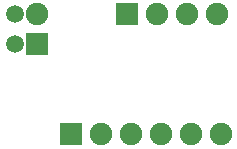
<source format=gbs>
G04 DipTrace 2.4.0.2*
%INSquishyDuinoRev2.gbs*%
%MOIN*%
%ADD25C,0.0591*%
%ADD38C,0.0748*%
%ADD40R,0.0748X0.0748*%
%FSLAX44Y44*%
G04*
G70*
G90*
G75*
G01*
%LNBotMask*%
%LPD*%
D25*
X4536Y7500D3*
Y8500D3*
D40*
X6411Y4500D3*
D38*
X7411D3*
X8411D3*
X9411D3*
X10411D3*
X11411D3*
D40*
X5286Y7500D3*
D38*
Y8500D3*
D40*
X8286D3*
D38*
X9286D3*
X10286D3*
X11286D3*
M02*

</source>
